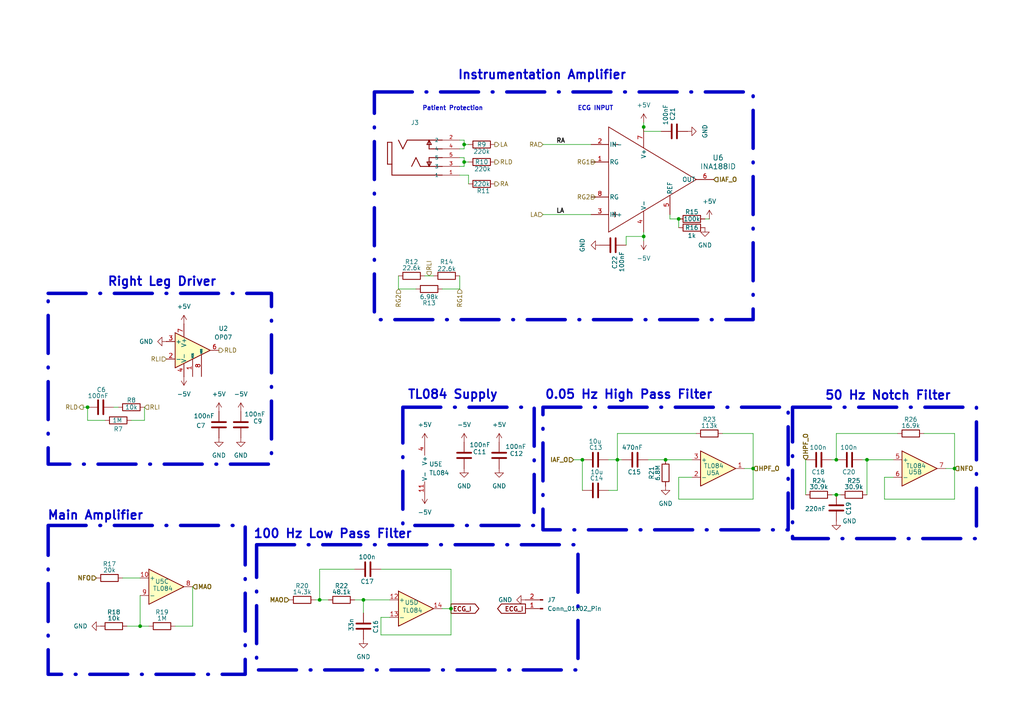
<source format=kicad_sch>
(kicad_sch (version 20231120) (generator "eeschema") (generator_version "8.0")
  (paper "A4")
  (lib_symbols
    (symbol "35RASMT4BHNTRX:35RASMT4BHNTRX" (pin_names (offset 1.016))
      (property "Reference" "J" (at -22.868 7.6227 0))
      (property "Value" "35RASMT4BHNTRX" (at -22.8772 -7.6257 0))
      (symbol "35RASMT4BHNTRX_0_0"
        (polyline (pts (xy -20.955 -1.905) (xy -19.685 -1.905)) (stroke (width 0.254)))
        (polyline (pts (xy -20.955 4.445) (xy -20.955 -1.905)) (stroke (width 0.254)))
        (polyline (pts (xy -19.685 -5.08) (xy -19.685 -1.905)) (stroke (width 0.254)))
        (polyline (pts (xy -19.685 -1.905) (xy -19.685 4.445)) (stroke (width 0.254)))
        (polyline (pts (xy -19.685 4.445) (xy -20.955 4.445)) (stroke (width 0.254)))
        (polyline (pts (xy -16.51 2.54) (xy -17.78 5.08)) (stroke (width 0.254)))
        (polyline (pts (xy -15.24 5.08) (xy -16.51 2.54)) (stroke (width 0.254)))
        (polyline (pts (xy -12.7 0) (xy -13.97 -2.54)) (stroke (width 0.254)))
        (polyline (pts (xy -11.43 -2.54) (xy -12.7 0)) (stroke (width 0.254)))
        (polyline (pts (xy -9.525 -1.27) (xy -8.255 -1.27)) (stroke (width 0.254)))
        (polyline (pts (xy -9.525 3.81) (xy -8.255 3.81)) (stroke (width 0.254)))
        (polyline (pts (xy -8.89 -2.54) (xy -11.43 -2.54)) (stroke (width 0.254)))
        (polyline (pts (xy -8.89 -2.54) (xy -9.525 -1.27)) (stroke (width 0.254)))
        (polyline (pts (xy -8.89 0) (xy -8.89 -2.54)) (stroke (width 0.254)))
        (polyline (pts (xy -8.89 2.54) (xy -8.89 5.08)) (stroke (width 0.254)))
        (polyline (pts (xy -8.89 5.08) (xy -15.24 5.08)) (stroke (width 0.254)))
        (polyline (pts (xy -8.89 5.08) (xy -9.525 3.81)) (stroke (width 0.254)))
        (polyline (pts (xy -8.255 -1.27) (xy -8.89 -2.54)) (stroke (width 0.254)))
        (polyline (pts (xy -8.255 3.81) (xy -8.89 5.08)) (stroke (width 0.254)))
        (polyline (pts (xy -5.08 -5.08) (xy -19.685 -5.08)) (stroke (width 0.254)))
        (polyline (pts (xy -5.08 -2.54) (xy -8.89 -2.54)) (stroke (width 0.254)))
        (polyline (pts (xy -5.08 0) (xy -8.89 0)) (stroke (width 0.254)))
        (polyline (pts (xy -5.08 2.54) (xy -8.89 2.54)) (stroke (width 0.254)))
        (polyline (pts (xy -5.08 5.08) (xy -8.89 5.08)) (stroke (width 0.254)))
        (pin passive line (at 0 -5.08 180) (length 5.08) (name "1") (number "1"))
        (pin passive line (at 0 5.08 180) (length 5.08) (name "2") (number "2"))
        (pin passive line (at 0 -2.54 180) (length 5.08) (name "3") (number "3"))
        (pin passive line (at 0 2.54 180) (length 5.08) (name "4") (number "4"))
        (pin passive line (at 0 0 180) (length 5.08) (name "5") (number "5"))
      )
    )
    (symbol "Amplifier_Operational:OP07" (pin_names (offset 0.127))
      (property "Reference" "U" (at 1.27 6.35 0))
      (property "Value" "OP07" (at 1.27 3.81 0))
      (symbol "OP07_0_1"
        (polyline (pts (xy -5.08 5.08) (xy 5.08 0) (xy -5.08 -5.08) (xy -5.08 5.08)) (stroke (width 0.254)) (fill (type background)))
      )
      (symbol "OP07_1_1"
        (pin input line (at 0 -7.62 90) (length 5.08) (name "VOS") (number "1"))
        (pin input line (at -7.62 -2.54 0) (length 2.54) (name "-") (number "2"))
        (pin input line (at -7.62 2.54 0) (length 2.54) (name "+") (number "3"))
        (pin power_in line (at -2.54 -7.62 90) (length 3.81) (name "V-") (number "4"))
        (pin no_connect line (at 0 2.54 270) (length 2.54) hide (name "NC") (number "5"))
        (pin output line (at 7.62 0 180) (length 2.54) (name "~") (number "6"))
        (pin power_in line (at -2.54 7.62 270) (length 3.81) (name "V+") (number "7"))
        (pin input line (at 2.54 -7.62 90) (length 6.35) (name "VOS") (number "8"))
      )
    )
    (symbol "Amplifier_Operational:TL084" (pin_names (offset 0.127))
      (property "Reference" "U" (at 0 5.08 0))
      (property "Value" "TL084" (at 0 -5.08 0))
      (symbol "TL084_1_1"
        (polyline (pts (xy -5.08 5.08) (xy 5.08 0) (xy -5.08 -5.08) (xy -5.08 5.08)) (stroke (width 0.254)) (fill (type background)))
        (pin output line (at 7.62 0 180) (length 2.54) (name "~") (number "1"))
        (pin input line (at -7.62 -2.54 0) (length 2.54) (name "-") (number "2"))
        (pin input line (at -7.62 2.54 0) (length 2.54) (name "+") (number "3"))
      )
      (symbol "TL084_2_1"
        (polyline (pts (xy -5.08 5.08) (xy 5.08 0) (xy -5.08 -5.08) (xy -5.08 5.08)) (stroke (width 0.254)) (fill (type background)))
        (pin input line (at -7.62 2.54 0) (length 2.54) (name "+") (number "5"))
        (pin input line (at -7.62 -2.54 0) (length 2.54) (name "-") (number "6"))
        (pin output line (at 7.62 0 180) (length 2.54) (name "~") (number "7"))
      )
      (symbol "TL084_3_1"
        (polyline (pts (xy -5.08 5.08) (xy 5.08 0) (xy -5.08 -5.08) (xy -5.08 5.08)) (stroke (width 0.254)) (fill (type background)))
        (pin input line (at -7.62 2.54 0) (length 2.54) (name "+") (number "10"))
        (pin output line (at 7.62 0 180) (length 2.54) (name "~") (number "8"))
        (pin input line (at -7.62 -2.54 0) (length 2.54) (name "-") (number "9"))
      )
      (symbol "TL084_4_1"
        (polyline (pts (xy -5.08 5.08) (xy 5.08 0) (xy -5.08 -5.08) (xy -5.08 5.08)) (stroke (width 0.254)) (fill (type background)))
        (pin input line (at -7.62 2.54 0) (length 2.54) (name "+") (number "12"))
        (pin input line (at -7.62 -2.54 0) (length 2.54) (name "-") (number "13"))
        (pin output line (at 7.62 0 180) (length 2.54) (name "~") (number "14"))
      )
      (symbol "TL084_5_1"
        (pin power_in line (at -2.54 -7.62 90) (length 3.81) (name "V-") (number "11"))
        (pin power_in line (at -2.54 7.62 270) (length 3.81) (name "V+") (number "4"))
      )
    )
    (symbol "Connector:Conn_01x02_Pin" (pin_names (offset 1.016) hide)
      (property "Reference" "J" (at 0 2.54 0))
      (property "Value" "Conn_01x02_Pin" (at 0 -5.08 0))
      (symbol "Conn_01x02_Pin_1_1"
        (polyline (pts (xy 1.27 -2.54) (xy 0.8636 -2.54)) (stroke (width 0.1524)))
        (polyline (pts (xy 1.27 0) (xy 0.8636 0)) (stroke (width 0.1524)))
        (rectangle (start 0.8636 -2.413) (end 0 -2.667) (stroke (width 0.1524)) (fill (type outline)))
        (rectangle (start 0.8636 0.127) (end 0 -0.127) (stroke (width 0.1524)) (fill (type outline)))
        (pin passive line (at 5.08 0 180) (length 3.81) (name "Pin_1") (number "1"))
        (pin passive line (at 5.08 -2.54 180) (length 3.81) (name "Pin_2") (number "2"))
      )
    )
    (symbol "Device:C" (pin_numbers hide) (pin_names (offset 0.254))
      (property "Reference" "C" (at 0.635 2.54 0))
      (property "Value" "C" (at 0.635 -2.54 0))
      (symbol "C_0_1"
        (polyline (pts (xy -2.032 -0.762) (xy 2.032 -0.762)) (stroke (width 0.508)))
        (polyline (pts (xy -2.032 0.762) (xy 2.032 0.762)) (stroke (width 0.508)))
      )
      (symbol "C_1_1"
        (pin passive line (at 0 3.81 270) (length 2.794) (name "~") (number "1"))
        (pin passive line (at 0 -3.81 90) (length 2.794) (name "~") (number "2"))
      )
    )
    (symbol "Device:R" (pin_numbers hide) (pin_names (offset 0))
      (property "Reference" "R" (at 2.032 0 90))
      (property "Value" "R" (at 0 0 90))
      (symbol "R_0_1"
        (rectangle (start -1.016 -2.54) (end 1.016 2.54) (stroke (width 0.254)))
      )
      (symbol "R_1_1"
        (pin passive line (at 0 3.81 270) (length 1.27) (name "~") (number "1"))
        (pin passive line (at 0 -3.81 90) (length 1.27) (name "~") (number "2"))
      )
    )
    (symbol "INA188ID:INA188ID" (pin_names (offset 0.254))
      (property "Reference" "U" (at 0 2.54 0))
      (property "Value" "INA188ID" (at 0 0 0))
      (symbol "INA188ID_0_1"
        (polyline (pts (xy -12.7 -15.24) (xy -12.7 15.24)) (stroke (width 0.2032)))
        (polyline (pts (xy -12.7 15.24) (xy 12.7 0)) (stroke (width 0.2032)))
        (polyline (pts (xy -11.684 -10.16) (xy -10.16 -10.16)) (stroke (width 0.2032)))
        (polyline (pts (xy -11.43 10.16) (xy -9.906 10.16)) (stroke (width 0.2032)))
        (polyline (pts (xy -10.922 -9.398) (xy -10.922 -10.922)) (stroke (width 0.2032)))
        (polyline (pts (xy 12.7 0) (xy -12.7 -15.24)) (stroke (width 0.2032)))
        (pin unspecified line (at -17.78 5.08 0) (length 5.08) (name "RG") (number "1"))
        (pin input line (at -17.78 10.16 0) (length 5.08) (name "IN-") (number "2"))
        (pin input line (at -17.78 -10.16 0) (length 5.08) (name "IN+") (number "3"))
        (pin power_in line (at -2.54 -15.24 90) (length 6.096) (name "V-") (number "4"))
        (pin input line (at 5.08 -10.16 90) (length 5.588) (name "REF") (number "5"))
        (pin output line (at 17.78 0 180) (length 5.08) (name "OUT") (number "6"))
        (pin power_in line (at -2.54 15.24 270) (length 6.096) (name "V+") (number "7"))
        (pin unspecified line (at -17.78 -5.08 0) (length 5.08) (name "RG") (number "8"))
      )
    )
    (symbol "power:+5V" (power) (pin_numbers hide) (pin_names (offset 0) hide)
      (property "Value" "+5V" (at 0 3.556 0))
      (symbol "+5V_0_1"
        (polyline (pts (xy -0.762 1.27) (xy 0 2.54)))
        (polyline (pts (xy 0 0) (xy 0 2.54)))
        (polyline (pts (xy 0 2.54) (xy 0.762 1.27)))
      )
      (symbol "+5V_1_1"
        (pin power_in line (at 0 0 90) (length 0) (name "~") (number "1"))
      )
    )
    (symbol "power:GND" (power) (pin_numbers hide) (pin_names (offset 0) hide)
      (property "Value" "GND" (at 0 -3.81 0))
      (symbol "GND_0_1"
        (polyline (pts (xy 0 0) (xy 0 -1.27) (xy 1.27 -1.27) (xy 0 -2.54) (xy -1.27 -1.27) (xy 0 -1.27)))
      )
      (symbol "GND_1_1"
        (pin power_in line (at 0 0 270) (length 0) (name "~") (number "1"))
      )
    )
  )
  (junction (at 276.86 135.89))
  (junction (at 196.85 63.5))
  (junction (at 134.62 41.91))
  (junction (at 242.57 143.51))
  (junction (at 218.44 135.89))
  (junction (at 168.91 133.35))
  (junction (at 92.71 173.99))
  (junction (at 25.4 118.11))
  (junction (at 130.81 176.53))
  (junction (at 251.46 133.35))
  (junction (at 134.62 46.99))
  (junction (at 242.57 133.35))
  (junction (at 193.04 133.35))
  (junction (at 186.69 36.83))
  (junction (at 179.07 133.35))
  (junction (at 40.64 181.61))
  (junction (at 105.41 173.99))
  (junction (at 186.69 68.58))
  (wire (pts (xy 134.62 40.64) (xy 134.62 41.91)))
  (wire (pts (xy 179.07 125.73) (xy 179.07 133.35)))
  (wire (pts (xy 130.81 176.53) (xy 130.81 184.15)))
  (wire (pts (xy 196.85 144.78) (xy 218.44 144.78)))
  (wire (pts (xy 50.8 181.61) (xy 55.88 181.61)))
  (wire (pts (xy 36.83 181.61) (xy 40.64 181.61)))
  (wire (pts (xy 92.71 165.1) (xy 92.71 173.99)))
  (wire (pts (xy 196.85 138.43) (xy 196.85 144.78)))
  (wire (pts (xy 120.65 83.82) (xy 115.57 83.82)))
  (wire (pts (xy 123.19 80.01) (xy 125.73 80.01)))
  (wire (pts (xy 181.61 71.12) (xy 181.61 68.58)))
  (wire (pts (xy 130.81 165.1) (xy 130.81 176.53)))
  (wire (pts (xy 179.07 142.24) (xy 179.07 133.35)))
  (wire (pts (xy 191.77 38.1) (xy 186.69 38.1)))
  (wire (pts (xy 218.44 144.78) (xy 218.44 135.89)))
  (wire (pts (xy 256.54 138.43) (xy 256.54 144.78)))
  (wire (pts (xy 110.49 179.07) (xy 110.49 184.15)))
  (wire (pts (xy 134.62 41.91) (xy 135.89 41.91)))
  (wire (pts (xy 276.86 135.89) (xy 274.32 135.89)))
  (wire (pts (xy 176.53 133.35) (xy 179.07 133.35)))
  (wire (pts (xy 91.44 173.99) (xy 92.71 173.99)))
  (wire (pts (xy 196.85 63.5) (xy 196.85 66.04)))
  (wire (pts (xy 128.27 83.82) (xy 133.35 83.82)))
  (wire (pts (xy 110.49 165.1) (xy 130.81 165.1)))
  (wire (pts (xy 218.44 135.89) (xy 215.9 135.89)))
  (wire (pts (xy 168.91 133.35) (xy 168.91 142.24)))
  (wire (pts (xy 134.62 41.91) (xy 134.62 43.18)))
  (wire (pts (xy 134.62 45.72) (xy 133.35 45.72)))
  (wire (pts (xy 134.62 46.99) (xy 134.62 48.26)))
  (wire (pts (xy 193.04 133.35) (xy 200.66 133.35)))
  (wire (pts (xy 135.89 50.8) (xy 135.89 53.34)))
  (wire (pts (xy 35.56 167.64) (xy 40.64 167.64)))
  (wire (pts (xy 113.03 179.07) (xy 110.49 179.07)))
  (wire (pts (xy 134.62 43.18) (xy 133.35 43.18)))
  (wire (pts (xy 105.41 173.99) (xy 105.41 177.8)))
  (wire (pts (xy 38.1 121.92) (xy 41.91 121.92)))
  (wire (pts (xy 201.93 125.73) (xy 179.07 125.73)))
  (wire (pts (xy 134.62 48.26) (xy 133.35 48.26)))
  (wire (pts (xy 242.57 125.73) (xy 242.57 133.35)))
  (wire (pts (xy 33.02 118.11) (xy 34.29 118.11)))
  (wire (pts (xy 251.46 133.35) (xy 259.08 133.35)))
  (wire (pts (xy 30.48 121.92) (xy 25.4 121.92)))
  (wire (pts (xy 186.69 38.1) (xy 186.69 36.83)))
  (wire (pts (xy 105.41 173.99) (xy 113.03 173.99)))
  (wire (pts (xy 134.62 46.99) (xy 135.89 46.99)))
  (wire (pts (xy 200.66 138.43) (xy 196.85 138.43)))
  (wire (pts (xy 157.48 62.23) (xy 171.45 62.23)))
  (wire (pts (xy 171.45 57.15) (xy 172.72 57.15)))
  (wire (pts (xy 186.69 68.58) (xy 186.69 67.31)))
  (wire (pts (xy 196.85 63.5) (xy 194.31 63.5)))
  (wire (pts (xy 276.86 125.73) (xy 276.86 135.89)))
  (wire (pts (xy 157.48 41.91) (xy 171.45 41.91)))
  (wire (pts (xy 187.96 133.35) (xy 193.04 133.35)))
  (wire (pts (xy 130.81 176.53) (xy 128.27 176.53)))
  (wire (pts (xy 133.35 50.8) (xy 135.89 50.8)))
  (wire (pts (xy 241.3 133.35) (xy 242.57 133.35)))
  (wire (pts (xy 181.61 68.58) (xy 186.69 68.58)))
  (wire (pts (xy 166.37 133.35) (xy 168.91 133.35)))
  (wire (pts (xy 233.68 133.35) (xy 233.68 143.51)))
  (wire (pts (xy 250.19 133.35) (xy 251.46 133.35)))
  (wire (pts (xy 176.53 142.24) (xy 179.07 142.24)))
  (wire (pts (xy 256.54 144.78) (xy 276.86 144.78)))
  (wire (pts (xy 242.57 143.51) (xy 243.84 143.51)))
  (wire (pts (xy 186.69 35.56) (xy 186.69 36.83)))
  (wire (pts (xy 276.86 144.78) (xy 276.86 135.89)))
  (wire (pts (xy 92.71 173.99) (xy 95.25 173.99)))
  (wire (pts (xy 115.57 83.82) (xy 115.57 80.01)))
  (wire (pts (xy 40.64 181.61) (xy 43.18 181.61)))
  (wire (pts (xy 260.35 125.73) (xy 242.57 125.73)))
  (wire (pts (xy 110.49 184.15) (xy 130.81 184.15)))
  (wire (pts (xy 179.07 133.35) (xy 180.34 133.35)))
  (wire (pts (xy 134.62 40.64) (xy 133.35 40.64)))
  (wire (pts (xy 186.69 69.85) (xy 186.69 68.58)))
  (wire (pts (xy 218.44 135.89) (xy 218.44 125.73)))
  (wire (pts (xy 41.91 121.92) (xy 41.91 118.11)))
  (wire (pts (xy 55.88 181.61) (xy 55.88 170.18)))
  (wire (pts (xy 259.08 138.43) (xy 256.54 138.43)))
  (wire (pts (xy 40.64 172.72) (xy 40.64 181.61)))
  (wire (pts (xy 241.3 143.51) (xy 242.57 143.51)))
  (wire (pts (xy 171.45 46.99) (xy 172.72 46.99)))
  (wire (pts (xy 267.97 125.73) (xy 276.86 125.73)))
  (wire (pts (xy 194.31 62.23) (xy 194.31 63.5)))
  (wire (pts (xy 102.87 165.1) (xy 92.71 165.1)))
  (wire (pts (xy 24.13 118.11) (xy 25.4 118.11)))
  (wire (pts (xy 251.46 133.35) (xy 251.46 143.51)))
  (wire (pts (xy 133.35 83.82) (xy 133.35 80.01)))
  (wire (pts (xy 134.62 45.72) (xy 134.62 46.99)))
  (wire (pts (xy 25.4 121.92) (xy 25.4 118.11)))
  (wire (pts (xy 102.87 173.99) (xy 105.41 173.99)))
  (wire (pts (xy 205.74 63.5) (xy 204.47 63.5)))
  (wire (pts (xy 218.44 125.73) (xy 209.55 125.73)))
  (rectangle (start 108.585 26.67) (end 218.44 92.71) (stroke (width 1) (type dash_dot)))
  (rectangle (start 229.87 118.11) (end 283.21 156.21) (stroke (width 1) (type dash_dot)))
  (rectangle (start 13.97 152.4) (end 71.12 195.58) (stroke (width 1) (type dash_dot)))
  (rectangle (start 13.97 85.09) (end 78.74 134.62) (stroke (width 1) (type dash_dot)))
  (rectangle (start 157.48 118.11) (end 228.6 153.67) (stroke (width 1) (type dash_dot)))
  (rectangle (start 116.84 118.11) (end 154.94 152.4) (stroke (width 1) (type dash_dot)))
  (rectangle (start 74.422 157.988) (end 167.64 194.31) (stroke (width 1) (type dash_dot)))
  (text "TL084 Supply" (at 131.318 114.554 0) (effects (font (size 2.54 2.54) (thickness 0.508) (bold yes))))
  (text "ECG INPUT" (at 172.72 31.496 0) (effects (font (size 1.27 1.27) (thickness 0.254) (bold yes))))
  (text "Right Leg Driver" (at 46.99 81.788 0) (effects (font (size 2.54 2.54) (thickness 0.508) (bold yes))))
  (text "0.05 Hz High Pass Filter" (at 182.372 114.554 0) (effects (font (size 2.54 2.54) (thickness 0.508) (bold yes))))
  (text "50 Hz Notch Filter" (at 257.556 114.808 0) (effects (font (size 2.54 2.54) (thickness 0.508) (bold yes))))
  (text "100 Hz Low Pass Filter" (at 96.52 154.94 0) (effects (font (size 2.54 2.54) (thickness 0.508) (bold yes))))
  (text "Main Amplifier" (at 27.686 149.606 0) (effects (font (size 2.54 2.54) (thickness 0.508) (bold yes))))
  (text "Instrumentation Amplifier" (at 157.226 21.844 0) (effects (font (size 2.54 2.54) (thickness 0.508) (bold yes))))
  (text "Patient Protection" (at 131.318 31.496 0) (effects (font (size 1.27 1.27) (thickness 0.254) (bold yes))))
  (label "RA" (at 161.29 41.91 0) (effects (font (thickness 0.254) (bold yes))))
  (label "LA" (at 161.29 62.23 0) (effects (font (thickness 0.254) (bold yes))))
  (global_label "ECG_I" (shape output) (at 130.81 176.53 0) (effects (font (thickness 0.254) (bold yes))) (property "Intersheetrefs" "${INTERSHEET_REFS}" (effects (hide yes))))
  (global_label "ECG_I" (shape output) (at 152.4 176.53 180) (effects (font (thickness 0.254) (bold yes))) (property "Intersheetrefs" "${INTERSHEET_REFS}" (effects (hide yes))))
  (hierarchical_label "IAF_O" (shape input) (at 166.37 133.35 180) (effects (font (thickness 0.254) (bold yes))))
  (hierarchical_label "MAO" (shape input) (at 55.88 170.18 0) (effects (font (thickness 0.254) (bold yes))))
  (hierarchical_label "RG2" (shape input) (at 172.72 57.15 180))
  (hierarchical_label "IAF_O" (shape input) (at 207.01 52.07 0) (effects (font (thickness 0.254) (bold yes))))
  (hierarchical_label "RG1" (shape input) (at 133.35 83.82 270))
  (hierarchical_label "RLI" (shape input) (at 41.91 118.11 0))
  (hierarchical_label "RG1" (shape input) (at 172.72 46.99 180))
  (hierarchical_label "HPF_O" (shape input) (at 218.44 135.89 0) (effects (font (thickness 0.254) (bold yes))))
  (hierarchical_label "RG2" (shape input) (at 115.57 83.82 270))
  (hierarchical_label "LA" (shape input) (at 157.48 62.23 180))
  (hierarchical_label "NFO" (shape input) (at 276.86 135.89 0) (effects (font (thickness 0.254) (bold yes))))
  (hierarchical_label "RLD" (shape output) (at 143.51 46.99 0))
  (hierarchical_label "RLI" (shape input) (at 48.26 104.14 180))
  (hierarchical_label "RLI" (shape input) (at 124.46 80.01 90))
  (hierarchical_label "MAO" (shape input) (at 83.82 173.99 180) (effects (font (thickness 0.254) (bold yes))))
  (hierarchical_label "LA" (shape output) (at 143.51 41.91 0))
  (hierarchical_label "HPF_O" (shape input) (at 233.68 133.35 90) (effects (font (thickness 0.254) (bold yes))))
  (hierarchical_label "RLD" (shape output) (at 63.5 101.6 0))
  (hierarchical_label "RA" (shape output) (at 143.51 53.34 0))
  (hierarchical_label "RLD" (shape output) (at 24.13 118.11 180))
  (hierarchical_label "NFO" (shape input) (at 27.94 167.64 180) (effects (font (thickness 0.254) (bold yes))))
  (hierarchical_label "RA" (shape input) (at 157.48 41.91 180))
  (symbol (lib_id "power:+5V") (at 144.78 128.27 0) (unit 1)
    (property "Reference" "#PWR044" (effects (hide yes)))
    (property "Value" "+5V" (at 144.78 123.19 0))
    (property "Description" "Power symbol creates a global label with name \"+5V\"" (effects (hide yes)))
  )
  (symbol (lib_id "power:GND") (at 105.41 185.42 0) (unit 1)
    (property "Reference" "#PWR047" (effects (hide yes)))
    (property "Value" "GND" (at 105.41 190.5 0))
    (property "Description" "Power symbol creates a global label with name \"GND\" , ground" (effects (hide yes)))
  )
  (symbol (lib_id "Connector:Conn_01x02_Pin") (at 157.48 176.53 180) (unit 1)
    (property "Reference" "J7" (at 158.75 173.9899 0) (effects (justify right)))
    (property "Value" "Conn_01x02_Pin" (at 158.75 176.5299 0) (effects (justify right)))
    (property "Footprint" "Connector_PinHeader_2.54mm:PinHeader_1x02_P2.54mm_Vertical" (effects (hide yes)))
    (property "Datasheet" "L-KLS1-207-1-02-S" (effects (hide yes)))
    (property "Description" "Generic connector, single row, 01x02, script generated" (effects (hide yes)))
  )
  (symbol (lib_id "Device:R") (at 31.75 167.64 90) (unit 1)
    (property "Reference" "R17" (at 31.75 163.576 90))
    (property "Value" "20k" (at 31.75 165.354 90))
    (property "Footprint" "Resistor_SMD:R_0603_1608Metric" (effects (hide yes)))
    (property "Datasheet" "0603SAF2002T5E" (effects (hide yes)))
  )
  (symbol (lib_id "Device:R") (at 200.66 63.5 90) (unit 1)
    (property "Reference" "R15" (at 200.66 61.468 90))
    (property "Value" "100k" (at 200.66 63.5 90))
    (property "Footprint" "Resistor_SMD:R_0603_1608Metric" (effects (hide yes)))
    (property "Datasheet" "0603SAF2702T5E" (effects (hide yes)))
  )
  (symbol (lib_id "Device:R") (at 33.02 181.61 90) (unit 1)
    (property "Reference" "R18" (at 33.02 177.546 90))
    (property "Value" "10k" (at 33.02 179.324 90))
    (property "Footprint" "Resistor_SMD:R_0603_1608Metric" (effects (hide yes)))
    (property "Datasheet" "0603SAF1002T5E" (effects (hide yes)))
  )
  (symbol (lib_id "Amplifier_Operational:OP07") (at 55.88 101.6 0) (unit 1)
    (property "Reference" "U2" (at 64.77 95.2814 0))
    (property "Value" "OP07" (at 64.77 97.8214 0))
    (property "Footprint" "Package_SO:SO-8_3.9x4.9mm_P1.27mm" (effects (hide yes)))
    (property "Datasheet" "OP277" (effects (hide yes)))
    (property "Description" "Single Ultra-Low Offset Voltage Operational Amplifier, DIP-8/SOIC-8" (effects (hide yes)))
  )
  (symbol (lib_id "Device:R") (at 205.74 125.73 90) (unit 1)
    (property "Reference" "R23" (at 205.74 121.666 90))
    (property "Value" "113k" (at 205.74 123.444 90))
    (property "Footprint" "Resistor_SMD:R_0603_1608Metric" (effects (hide yes)))
    (property "Datasheet" "0603SAF1133T5E" (effects (hide yes)))
  )
  (symbol (lib_id "Device:R") (at 38.1 118.11 90) (unit 1)
    (property "Reference" "R8" (at 38.1 116.078 90))
    (property "Value" "10k" (at 38.1 118.11 90))
    (property "Footprint" "Resistor_SMD:R_0603_1608Metric" (effects (hide yes)))
    (property "Datasheet" "ERJ-S03F3162V" (effects (hide yes)))
  )
  (symbol (lib_id "Device:C") (at 184.15 133.35 90) (unit 1)
    (property "Reference" "C15" (at 185.928 136.906 90) (effects (justify left)))
    (property "Value" "470nF" (at 186.436 129.794 90) (effects (justify left)))
    (property "Footprint" "Capacitor_SMD:C_0603_1608Metric" (effects (hide yes)))
    (property "Datasheet" "JMK107B7474KA-T-" (effects (hide yes)))
  )
  (symbol (lib_id "Device:R") (at 247.65 143.51 90) (unit 1)
    (property "Reference" "R25" (at 247.65 139.446 90))
    (property "Value" "30.9k" (at 247.65 141.224 90))
    (property "Footprint" "Resistor_SMD:R_0603_1608Metric" (effects (hide yes)))
    (property "Datasheet" "ERJ-S03F3162V" (effects (hide yes)))
  )
  (symbol (lib_id "power:+5V") (at 63.5 119.38 0) (unit 1)
    (property "Reference" "#PWR027" (effects (hide yes)))
    (property "Value" "+5V" (at 63.5 114.3 0))
    (property "Description" "Power symbol creates a global label with name \"+5V\"" (effects (hide yes)))
  )
  (symbol (lib_id "Device:C") (at 172.72 142.24 90) (unit 1)
    (property "Reference" "C14" (at 175.006 138.684 90) (effects (justify left)))
    (property "Value" "10u" (at 175.006 136.906 90) (effects (justify left)))
    (property "Footprint" "Capacitor_SMD:C_0603_1608Metric" (effects (hide yes)))
    (property "Datasheet" "CL10A106KQ8NNNC" (effects (hide yes)))
  )
  (symbol (lib_id "power:+5V") (at 123.19 128.27 0) (unit 1)
    (property "Reference" "#PWR039" (effects (hide yes)))
    (property "Value" "+5V" (at 123.19 123.19 0))
    (property "Description" "Power symbol creates a global label with name \"+5V\"" (effects (hide yes)))
  )
  (symbol (lib_id "power:+5V") (at 134.62 128.27 0) (unit 1)
    (property "Reference" "#PWR042" (effects (hide yes)))
    (property "Value" "-5V" (at 134.62 123.19 0))
    (property "Description" "Power symbol creates a global label with name \"+5V\"" (effects (hide yes)))
  )
  (symbol (lib_id "Device:R") (at 200.66 66.04 90) (unit 1)
    (property "Reference" "R16" (at 200.66 66.04 90))
    (property "Value" "1k" (at 200.66 68.326 90))
    (property "Footprint" "Resistor_SMD:R_0603_1608Metric" (effects (hide yes)))
    (property "Datasheet" "0603SAF2702T5E" (effects (hide yes)))
  )
  (symbol (lib_id "power:+5V") (at 53.34 109.22 180) (unit 1)
    (property "Reference" "#PWR026" (effects (hide yes)))
    (property "Value" "-5V" (at 53.34 114.3 0))
    (property "Description" "Power symbol creates a global label with name \"+5V\"" (effects (hide yes)))
  )
  (symbol (lib_id "Device:R") (at 139.7 41.91 90) (unit 1)
    (property "Reference" "R9" (at 139.7 41.91 90))
    (property "Value" "220k" (at 139.7 43.942 90))
    (property "Footprint" "Resistor_SMD:R_0603_1608Metric" (effects (hide yes)))
    (property "Datasheet" "0603SAF2702T5E" (effects (hide yes)))
  )
  (symbol (lib_id "Device:C") (at 195.58 38.1 90) (unit 1)
    (property "Reference" "C21" (at 195.072 35.052 0) (effects (justify left)))
    (property "Value" "100nF" (at 193.04 36.322 0) (effects (justify left)))
    (property "Footprint" "Capacitor_SMD:C_0603_1608Metric" (effects (hide yes)))
    (property "Datasheet" "CL10B104KB8NNNC" (effects (hide yes)))
  )
  (symbol (lib_id "Device:R") (at 46.99 181.61 90) (unit 1)
    (property "Reference" "R19" (at 46.99 177.546 90))
    (property "Value" "1M" (at 46.99 179.324 90))
    (property "Footprint" "Resistor_SMD:R_0603_1608Metric" (effects (hide yes)))
    (property "Datasheet" "CRCW06031M00FKTABC" (effects (hide yes)))
  )
  (symbol (lib_id "power:GND") (at 173.99 71.12 270) (unit 1)
    (property "Reference" "#PWR050" (effects (hide yes)))
    (property "Value" "GND" (at 168.91 71.12 0))
    (property "Description" "Power symbol creates a global label with name \"GND\" , ground" (effects (hide yes)))
  )
  (symbol (lib_id "power:+5V") (at 205.74 63.5 0) (unit 1)
    (property "Reference" "#PWR038" (effects (hide yes)))
    (property "Value" "+5V" (at 205.74 58.42 0))
    (property "Description" "Power symbol creates a global label with name \"+5V\"" (effects (hide yes)))
  )
  (symbol (lib_id "Device:R") (at 119.38 80.01 90) (unit 1)
    (property "Reference" "R12" (at 119.38 75.946 90))
    (property "Value" "22.6k" (at 119.38 77.724 90))
    (property "Footprint" "Resistor_SMD:R_0603_1608Metric" (effects (hide yes)))
    (property "Datasheet" "0603SAF2702T5E" (effects (hide yes)))
  )
  (symbol (lib_id "power:+5V") (at 186.69 69.85 180) (unit 1)
    (property "Reference" "#PWR036" (effects (hide yes)))
    (property "Value" "-5V" (at 186.69 74.93 0))
    (property "Description" "Power symbol creates a global label with name \"+5V\"" (effects (hide yes)))
  )
  (symbol (lib_id "Device:R") (at 193.04 137.16 180) (unit 1)
    (property "Reference" "R21" (at 188.976 137.16 90))
    (property "Value" "6.8M" (at 190.754 137.16 90))
    (property "Footprint" "Resistor_SMD:R_0603_1608Metric" (effects (hide yes)))
    (property "Datasheet" "0603SAF6804T5E" (effects (hide yes)))
  )
  (symbol (lib_id "Amplifier_Operational:TL084") (at 120.65 176.53 0) (unit 4)
    (property "Reference" "U5" (at 119.38 174.752 0))
    (property "Value" "TL084" (at 119.634 177.038 0))
    (property "Footprint" "Package_SO:SOIC-14_3.9x8.7mm_P1.27mm" (effects (hide yes)))
    (property "Datasheet" "http://www.ti.com/lit/ds/symlink/tl081.pdf" (effects (hide yes)))
    (property "Description" "Quad JFET-Input Operational Amplifiers, DIP-14/SOIC-14/SSOP-14" (effects (hide yes)))
  )
  (symbol (lib_id "Device:C") (at 63.5 123.19 0) (unit 1)
    (property "Reference" "C7" (at 56.896 123.444 0) (effects (justify left)))
    (property "Value" "100nF" (at 56.134 120.65 0) (effects (justify left)))
    (property "Footprint" "Capacitor_SMD:C_0603_1608Metric" (effects (hide yes)))
    (property "Datasheet" "CL10B104KB8NNNC" (effects (hide yes)))
  )
  (symbol (lib_id "power:GND") (at 242.57 151.13 0) (unit 1)
    (property "Reference" "#PWR048" (effects (hide yes)))
    (property "Value" "GND" (at 246.38 151.13 0))
    (property "Description" "Power symbol creates a global label with name \"GND\" , ground" (effects (hide yes)))
  )
  (symbol (lib_id "Device:C") (at 106.68 165.1 90) (unit 1)
    (property "Reference" "C17" (at 108.458 168.656 90) (effects (justify left)))
    (property "Value" "100n" (at 108.966 161.544 90) (effects (justify left)))
    (property "Footprint" "Capacitor_SMD:C_0603_1608Metric" (effects (hide yes)))
    (property "Datasheet" "CL10B104KB8NNNC" (effects (hide yes)))
  )
  (symbol (lib_id "power:GND") (at 204.47 66.04 0) (unit 1)
    (property "Reference" "#PWR037" (effects (hide yes)))
    (property "Value" "GND" (at 204.47 71.12 0))
    (property "Description" "Power symbol creates a global label with name \"GND\" , ground" (effects (hide yes)))
  )
  (symbol (lib_id "Device:C") (at 144.78 132.08 0) (unit 1)
    (property "Reference" "C12" (at 147.828 131.572 0) (effects (justify left)))
    (property "Value" "100nF" (at 146.558 129.54 0) (effects (justify left)))
    (property "Footprint" "Capacitor_SMD:C_0603_1608Metric" (effects (hide yes)))
    (property "Datasheet" "CL10B104KB8NNNC" (effects (hide yes)))
  )
  (symbol (lib_id "power:GND") (at 48.26 99.06 270) (unit 1)
    (property "Reference" "#PWR024" (effects (hide yes)))
    (property "Value" "GND" (at 44.45 99.0599 90) (effects (justify right)))
    (property "Description" "Power symbol creates a global label with name \"GND\" , ground" (effects (hide yes)))
  )
  (symbol (lib_id "Device:R") (at 139.7 53.34 90) (unit 1)
    (property "Reference" "R11" (at 140.208 55.372 90))
    (property "Value" "220k" (at 139.7 53.34 90))
    (property "Footprint" "Resistor_SMD:R_0603_1608Metric" (effects (hide yes)))
    (property "Datasheet" "0603SAF2702T5E" (effects (hide yes)))
  )
  (symbol (lib_id "Amplifier_Operational:TL084") (at 48.26 170.18 0) (unit 3)
    (property "Reference" "U5" (at 46.99 168.656 0))
    (property "Value" "TL084" (at 47.244 170.688 0))
    (property "Footprint" "Package_SO:SOIC-14_3.9x8.7mm_P1.27mm" (effects (hide yes)))
    (property "Datasheet" "http://www.ti.com/lit/ds/symlink/tl081.pdf" (effects (hide yes)))
    (property "Description" "Quad JFET-Input Operational Amplifiers, DIP-14/SOIC-14/SSOP-14" (effects (hide yes)))
  )
  (symbol (lib_id "power:GND") (at 29.21 181.61 270) (unit 1)
    (property "Reference" "#PWR041" (effects (hide yes)))
    (property "Value" "GND" (at 25.4 181.6099 90) (effects (justify right)))
    (property "Description" "Power symbol creates a global label with name \"GND\" , ground" (effects (hide yes)))
  )
  (symbol (lib_id "power:+5V") (at 186.69 35.56 0) (unit 1)
    (property "Reference" "#PWR035" (effects (hide yes)))
    (property "Value" "+5V" (at 186.69 30.48 0))
    (property "Description" "Power symbol creates a global label with name \"+5V\"" (effects (hide yes)))
  )
  (symbol (lib_id "Device:C") (at 177.8 71.12 270) (unit 1)
    (property "Reference" "C22" (at 178.308 74.168 0) (effects (justify left)))
    (property "Value" "100nF" (at 180.34 72.898 0) (effects (justify left)))
    (property "Footprint" "Capacitor_SMD:C_0603_1608Metric" (effects (hide yes)))
    (property "Datasheet" "CL10B104KB8NNNC" (effects (hide yes)))
  )
  (symbol (lib_id "Device:C") (at 237.49 133.35 90) (unit 1)
    (property "Reference" "C18" (at 239.268 136.906 90) (effects (justify left)))
    (property "Value" "100n" (at 239.776 129.794 90) (effects (justify left)))
    (property "Footprint" "Capacitor_SMD:C_0603_1608Metric" (effects (hide yes)))
    (property "Datasheet" "CL10B104KB8NNNC" (effects (hide yes)))
  )
  (symbol (lib_id "Device:R") (at 139.7 46.99 90) (unit 1)
    (property "Reference" "R10" (at 139.7 46.99 90))
    (property "Value" "220k" (at 139.954 49.022 90))
    (property "Footprint" "Resistor_SMD:R_0603_1608Metric" (effects (hide yes)))
    (property "Datasheet" "0603SAF2702T5E" (effects (hide yes)))
  )
  (symbol (lib_id "power:GND") (at 152.4 173.99 270) (unit 1)
    (property "Reference" "#PWR081" (effects (hide yes)))
    (property "Value" "GND" (at 148.59 173.9899 90) (effects (justify right)))
    (property "Description" "Power symbol creates a global label with name \"GND\" , ground" (effects (hide yes)))
  )
  (symbol (lib_id "power:+5V") (at 53.34 93.98 0) (unit 1)
    (property "Reference" "#PWR025" (effects (hide yes)))
    (property "Value" "+5V" (at 53.34 88.9 0))
    (property "Description" "Power symbol creates a global label with name \"+5V\"" (effects (hide yes)))
  )
  (symbol (lib_id "Device:C") (at 246.38 133.35 90) (unit 1)
    (property "Reference" "C20" (at 248.158 136.906 90) (effects (justify left)))
    (property "Value" "100n" (at 248.666 129.794 90) (effects (justify left)))
    (property "Footprint" "Capacitor_SMD:C_0603_1608Metric" (effects (hide yes)))
    (property "Datasheet" "CL10B104KB8NNNC" (effects (hide yes)))
  )
  (symbol (lib_id "INA188ID:INA188ID") (at 189.23 52.07 0) (unit 1)
    (property "Reference" "U6" (at 208.28 45.7514 0) (effects (font (size 1.524 1.524))))
    (property "Value" "INA188ID" (at 208.28 48.2914 0) (effects (font (size 1.524 1.524))))
    (property "Footprint" "INA188ID.preety:INA188ID" (effects (hide yes)))
    (property "Datasheet" "INA188ID" (effects (hide yes)))
  )
  (symbol (lib_id "Device:C") (at 29.21 118.11 90) (unit 1)
    (property "Reference" "C6" (at 30.734 113.03 90) (effects (justify left)))
    (property "Value" "100nF" (at 31.496 114.808 90) (effects (justify left)))
    (property "Footprint" "Capacitor_SMD:C_0603_1608Metric" (effects (hide yes)))
    (property "Datasheet" "CL10B104KB8NNNC" (effects (hide yes)))
  )
  (symbol (lib_id "Device:C") (at 134.62 132.08 0) (unit 1)
    (property "Reference" "C11" (at 137.16 131.064 0) (effects (justify left)))
    (property "Value" "100nF" (at 136.144 129.032 0) (effects (justify left)))
    (property "Footprint" "Capacitor_SMD:C_0603_1608Metric" (effects (hide yes)))
    (property "Datasheet" "CL10B104KB8NNNC" (effects (hide yes)))
  )
  (symbol (lib_id "35RASMT4BHNTRX:35RASMT4BHNTRX") (at 133.35 45.72 0) (unit 1)
    (property "Reference" "J3" (at 120.3325 35.56 0))
    (property "Value" "35RASMT4BHNTRX" (effects (hide yes)))
    (property "Footprint" "35RASMT4BHNTRX.preety:35RASMT4BHNTRX" (effects (hide yes)))
    (property "Datasheet" "L-KLS1-TPJ3.5-002C" (effects (hide yes)))
    (property "MANUFACTURER" "Switchcraft Inc" (effects (hide yes)))
  )
  (symbol (lib_id "Device:R") (at 87.63 173.99 90) (unit 1)
    (property "Reference" "R20" (at 87.63 169.926 90))
    (property "Value" "14.3k" (at 87.63 171.704 90))
    (property "Footprint" "Resistor_SMD:R_0603_1608Metric" (effects (hide yes)))
    (property "Datasheet" "0603SAF1432T5E" (effects (hide yes)))
  )
  (symbol (lib_id "Device:C") (at 242.57 147.32 180) (unit 1)
    (property "Reference" "C19" (at 246.126 145.542 90) (effects (justify left)))
    (property "Value" "220nF" (at 239.522 147.574 0) (effects (justify left)))
    (property "Footprint" "Capacitor_SMD:C_0603_1608Metric" (effects (hide yes)))
    (property "Datasheet" "CL10B224KO8NNNC" (effects (hide yes)))
  )
  (symbol (lib_id "power:+5V") (at 69.85 119.38 0) (unit 1)
    (property "Reference" "#PWR031" (effects (hide yes)))
    (property "Value" "-5V" (at 69.85 114.3 0))
    (property "Description" "Power symbol creates a global label with name \"+5V\"" (effects (hide yes)))
  )
  (symbol (lib_id "power:+5V") (at 123.19 143.51 180) (unit 1)
    (property "Reference" "#PWR040" (effects (hide yes)))
    (property "Value" "-5V" (at 123.19 148.59 0))
    (property "Description" "Power symbol creates a global label with name \"+5V\"" (effects (hide yes)))
  )
  (symbol (lib_id "power:GND") (at 134.62 135.89 0) (unit 1)
    (property "Reference" "#PWR043" (effects (hide yes)))
    (property "Value" "GND" (at 134.62 140.97 0))
    (property "Description" "Power symbol creates a global label with name \"GND\" , ground" (effects (hide yes)))
  )
  (symbol (lib_id "Amplifier_Operational:TL084") (at 125.73 135.89 0) (unit 5)
    (property "Reference" "U5" (at 124.46 134.6199 0) (effects (justify left)))
    (property "Value" "TL084" (at 124.46 137.1599 0) (effects (justify left)))
    (property "Footprint" "Package_SO:SOIC-14_3.9x8.7mm_P1.27mm" (effects (hide yes)))
    (property "Datasheet" "http://www.ti.com/lit/ds/symlink/tl081.pdf" (effects (hide yes)))
    (property "Description" "Quad JFET-Input Operational Amplifiers, DIP-14/SOIC-14/SSOP-14" (effects (hide yes)))
  )
  (symbol (lib_id "Device:R") (at 129.54 80.01 90) (unit 1)
    (property "Reference" "R14" (at 129.54 75.946 90))
    (property "Value" "22.6k" (at 129.54 77.978 90))
    (property "Footprint" "Resistor_SMD:R_0603_1608Metric" (effects (hide yes)))
    (property "Datasheet" "0603SAF2702T5E" (effects (hide yes)))
  )
  (symbol (lib_id "power:GND") (at 69.85 127 0) (unit 1)
    (property "Reference" "#PWR032" (effects (hide yes)))
    (property "Value" "GND" (at 69.85 132.08 0))
    (property "Description" "Power symbol creates a global label with name \"GND\" , ground" (effects (hide yes)))
  )
  (symbol (lib_id "Device:C") (at 69.85 123.19 0) (unit 1)
    (property "Reference" "C9" (at 73.406 122.174 0) (effects (justify left)))
    (property "Value" "100nF" (at 70.866 120.142 0) (effects (justify left)))
    (property "Footprint" "Capacitor_SMD:C_0603_1608Metric" (effects (hide yes)))
    (property "Datasheet" "CL10B104KB8NNNC" (effects (hide yes)))
  )
  (symbol (lib_id "Device:R") (at 264.16 125.73 90) (unit 1)
    (property "Reference" "R26" (at 264.16 121.666 90))
    (property "Value" "16.9k" (at 264.16 123.444 90))
    (property "Footprint" "Resistor_SMD:R_0603_1608Metric" (effects (hide yes)))
    (property "Datasheet" "0603WGF1692T5E" (effects (hide yes)))
  )
  (symbol (lib_id "power:GND") (at 63.5 127 0) (unit 1)
    (property "Reference" "#PWR028" (effects (hide yes)))
    (property "Value" "GND" (at 63.5 132.08 0))
    (property "Description" "Power symbol creates a global label with name \"GND\" , ground" (effects (hide yes)))
  )
  (symbol (lib_id "power:GND") (at 193.04 140.97 0) (unit 1)
    (property "Reference" "#PWR046" (effects (hide yes)))
    (property "Value" "GND" (at 193.04 146.05 0))
    (property "Description" "Power symbol creates a global label with name \"GND\" , ground" (effects (hide yes)))
  )
  (symbol (lib_id "Device:R") (at 124.46 83.82 90) (unit 1)
    (property "Reference" "R13" (at 124.46 87.884 90))
    (property "Value" "6.98k" (at 124.46 86.106 90))
    (property "Footprint" "Resistor_SMD:R_0603_1608Metric" (effects (hide yes)))
    (property "Datasheet" "0603SAF6201T5E" (effects (hide yes)))
  )
  (symbol (lib_id "Amplifier_Operational:TL084") (at 208.28 135.89 0) (unit 1)
    (property "Reference" "U5" (at 206.756 137.16 0))
    (property "Value" "TL084" (at 207.01 135.128 0))
    (property "Footprint" "Package_SO:SOIC-14_3.9x8.7mm_P1.27mm" (effects (hide yes)))
    (property "Datasheet" "http://www.ti.com/lit/ds/symlink/tl081.pdf" (effects (hide yes)))
    (property "Description" "Quad JFET-Input Operational Amplifiers, DIP-14/SOIC-14/SSOP-14" (effects (hide yes)))
  )
  (symbol (lib_id "Device:R") (at 237.49 143.51 90) (unit 1)
    (property "Reference" "R24" (at 237.49 139.446 90))
    (property "Value" "30.9k" (at 237.49 141.224 90))
    (property "Footprint" "Resistor_SMD:R_0603_1608Metric" (effects (hide yes)))
    (property "Datasheet" "ERJ-S03F3162V" (effects (hide yes)))
  )
  (symbol (lib_id "Amplifier_Operational:TL084") (at 266.7 135.89 0) (unit 2)
    (property "Reference" "U5" (at 265.43 136.906 0))
    (property "Value" "TL084" (at 265.684 135.128 0))
    (property "Footprint" "Package_SO:SOIC-14_3.9x8.7mm_P1.27mm" (effects (hide yes)))
    (property "Datasheet" "http://www.ti.com/lit/ds/symlink/tl081.pdf" (effects (hide yes)))
    (property "Description" "Quad JFET-Input Operational Amplifiers, DIP-14/SOIC-14/SSOP-14" (effects (hide yes)))
  )
  (symbol (lib_id "Device:R") (at 99.06 173.99 90) (unit 1)
    (property "Reference" "R22" (at 99.06 169.926 90))
    (property "Value" "48.1k" (at 99.06 171.704 90))
    (property "Footprint" "Resistor_SMD:R_0603_1608Metric" (effects (hide yes)))
    (property "Datasheet" "AT0805BRD0748K1L" (effects (hide yes)))
  )
  (symbol (lib_id "Device:C") (at 172.72 133.35 90) (unit 1)
    (property "Reference" "C13" (at 174.752 129.794 90) (effects (justify left)))
    (property "Value" "10u" (at 174.498 128.016 90) (effects (justify left)))
    (property "Footprint" "Capacitor_SMD:C_0603_1608Metric" (effects (hide yes)))
    (property "Datasheet" "CL10A106KQ8NNNC" (effects (hide yes)))
  )
  (symbol (lib_id "power:GND") (at 144.78 135.89 0) (unit 1)
    (property "Reference" "#PWR045" (effects (hide yes)))
    (property "Value" "GND" (at 144.78 140.97 0))
    (property "Description" "Power symbol creates a global label with name \"GND\" , ground" (effects (hide yes)))
  )
  (symbol (lib_id "Device:R") (at 34.29 121.92 90) (unit 1)
    (property "Reference" "R7" (at 34.29 124.46 90))
    (property "Value" "1M" (at 34.036 121.92 90))
    (property "Footprint" "Resistor_SMD:R_0603_1608Metric" (effects (hide yes)))
    (property "Datasheet" "ERJ-S03F3162V" (effects (hide yes)))
  )
  (symbol (lib_id "Device:C") (at 105.41 181.61 180) (unit 1)
    (property "Reference" "C16" (at 108.966 179.832 90) (effects (justify left)))
    (property "Value" "33n" (at 101.854 179.324 90) (effects (justify left)))
    (property "Footprint" "Capacitor_SMD:C_0603_1608Metric" (effects (hide yes)))
    (property "Datasheet" "06035C333KAT2A" (effects (hide yes)))
  )
  (symbol (lib_id "power:GND") (at 199.39 38.1 90) (unit 1)
    (property "Reference" "#PWR049" (effects (hide yes)))
    (property "Value" "GND" (at 204.47 38.1 0))
    (property "Description" "Power symbol creates a global label with name \"GND\" , ground" (effects (hide yes)))
  )
)
</source>
